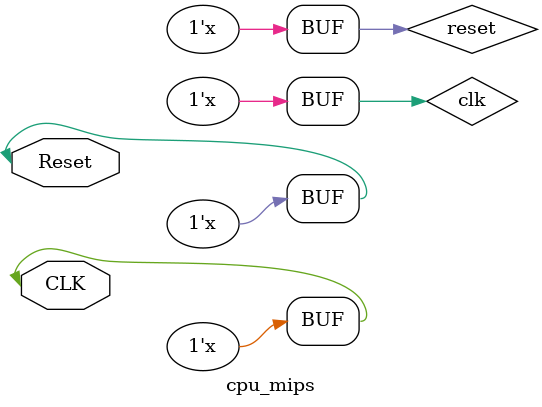
<source format=v>
`timescale 1ns / 1ps


module cpu_mips(input CLK,Reset

    );
    wire IorD,MemWrite,IRWrite,RegDst,MemtoReg,RegWrite,ALUSrcA,jump;
    wire [1:0]ALUSrcB;
    wire PCSrc,Branch,PCWrite;
    wire [2:0]AluOP;
    wire [5:0]Func,OP;
    reg clk;
    reg reset;
    initial
    begin
    clk=0;
    reset=1;
    end
    always #10
    clk=~clk;
    always #20000
    reset=~reset;
    assign CLK=clk;
    assign Reset = reset;
    
    datapath Datapath (CLK,Reset,IorD,MemWrite,IRWrite,RegDst,MemtoReg,RegWrite,ALUSrcA,ALUSrcB, PCSrc,Branch,PCWrite,
    AluOP,Func,OP,jump);
    controlpath Control (CLK,Reset,OP,Func,
    IorD,MemWrite,IRWrite,RegDst,MemtoReg,RegWrite,ALUSrcA,ALUSrcB,PCSrc,Branch,PCWrite,
    AluOP,jump);
endmodule

</source>
